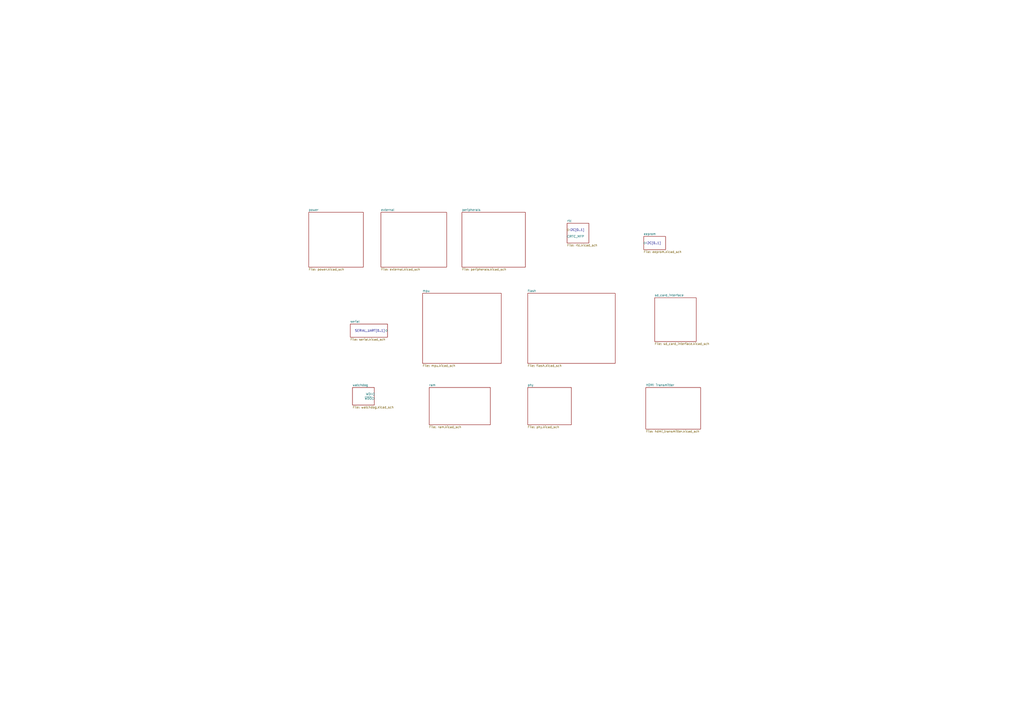
<source format=kicad_sch>
(kicad_sch
	(version 20250114)
	(generator "eeschema")
	(generator_version "9.0")
	(uuid "69a74940-cd00-4a75-bd5b-2bda9e86219a")
	(paper "A2")
	(title_block
		(title "Mainboard")
	)
	(lib_symbols)
	(hierarchical_label "I2C[0..1]"
		(shape bidirectional)
		(at 328.93 133.35 0)
		(effects
			(font
				(size 1.27 1.27)
			)
			(justify left)
		)
		(uuid "220dcf88-bb07-4222-a33e-5faacb6335f5")
	)
	(sheet
		(at 328.93 129.54)
		(size 12.7 11.43)
		(exclude_from_sim no)
		(in_bom yes)
		(on_board yes)
		(dnp no)
		(fields_autoplaced yes)
		(stroke
			(width 0.1524)
			(type solid)
		)
		(fill
			(color 0 0 0 0.0000)
		)
		(uuid "01dad65e-16f9-4460-a8fe-f2bb5f9096e6")
		(property "Sheetname" "rtc"
			(at 328.93 128.8284 0)
			(effects
				(font
					(size 1.27 1.27)
				)
				(justify left bottom)
			)
		)
		(property "Sheetfile" "rtc.kicad_sch"
			(at 328.93 141.5546 0)
			(effects
				(font
					(size 1.27 1.27)
				)
				(justify left top)
			)
		)
		(pin "RTC_MFP" output
			(at 328.93 137.16 180)
			(uuid "9c911d77-cc95-434c-9609-d263f16cd358")
			(effects
				(font
					(size 1.27 1.27)
				)
				(justify left)
			)
		)
		(instances
			(project "pc_mainboard"
				(path "/69a74940-cd00-4a75-bd5b-2bda9e86219a"
					(page "10")
				)
			)
		)
	)
	(sheet
		(at 373.38 137.16)
		(size 12.7 7.62)
		(exclude_from_sim no)
		(in_bom yes)
		(on_board yes)
		(dnp no)
		(fields_autoplaced yes)
		(stroke
			(width 0.1524)
			(type solid)
		)
		(fill
			(color 0 0 0 0.0000)
		)
		(uuid "0c2f5e6a-3e36-4818-980c-c86701037833")
		(property "Sheetname" "eeprom"
			(at 373.38 136.4484 0)
			(effects
				(font
					(size 1.27 1.27)
				)
				(justify left bottom)
			)
		)
		(property "Sheetfile" "eeprom.kicad_sch"
			(at 373.38 145.3646 0)
			(effects
				(font
					(size 1.27 1.27)
				)
				(justify left top)
			)
		)
		(pin "I2C[0..1]" bidirectional
			(at 373.38 140.97 180)
			(uuid "afe3880e-c546-452d-be85-126e3f4316b3")
			(effects
				(font
					(size 1.27 1.27)
				)
				(justify left)
			)
		)
		(instances
			(project "pc_mainboard"
				(path "/69a74940-cd00-4a75-bd5b-2bda9e86219a"
					(page "13")
				)
			)
		)
	)
	(sheet
		(at 306.07 224.79)
		(size 25.4 21.59)
		(exclude_from_sim no)
		(in_bom yes)
		(on_board yes)
		(dnp no)
		(fields_autoplaced yes)
		(stroke
			(width 0.1524)
			(type solid)
		)
		(fill
			(color 0 0 0 0.0000)
		)
		(uuid "36ea05e7-a91a-429d-8bc8-710554747042")
		(property "Sheetname" "phy"
			(at 306.07 224.0784 0)
			(effects
				(font
					(size 1.27 1.27)
				)
				(justify left bottom)
			)
		)
		(property "Sheetfile" "phy.kicad_sch"
			(at 306.07 246.9646 0)
			(effects
				(font
					(size 1.27 1.27)
				)
				(justify left top)
			)
		)
		(instances
			(project "pc_mainboard"
				(path "/69a74940-cd00-4a75-bd5b-2bda9e86219a"
					(page "6")
				)
			)
		)
	)
	(sheet
		(at 379.73 172.72)
		(size 24.13 25.4)
		(exclude_from_sim no)
		(in_bom yes)
		(on_board yes)
		(dnp no)
		(fields_autoplaced yes)
		(stroke
			(width 0.1524)
			(type solid)
		)
		(fill
			(color 0 0 0 0.0000)
		)
		(uuid "370cf3cd-f652-4cb5-a2e0-db1b03f43015")
		(property "Sheetname" "sd_card_interface"
			(at 379.73 172.0084 0)
			(effects
				(font
					(size 1.27 1.27)
				)
				(justify left bottom)
			)
		)
		(property "Sheetfile" "sd_card_interface.kicad_sch"
			(at 379.73 198.7046 0)
			(effects
				(font
					(size 1.27 1.27)
				)
				(justify left top)
			)
		)
		(instances
			(project "pc_mainboard"
				(path "/69a74940-cd00-4a75-bd5b-2bda9e86219a"
					(page "12")
				)
			)
		)
	)
	(sheet
		(at 374.65 224.79)
		(size 31.75 24.13)
		(exclude_from_sim no)
		(in_bom yes)
		(on_board yes)
		(dnp no)
		(fields_autoplaced yes)
		(stroke
			(width 0.1524)
			(type solid)
		)
		(fill
			(color 0 0 0 0.0000)
		)
		(uuid "37ed9096-31d7-4b5d-89e0-6ac7c6e9126b")
		(property "Sheetname" "HDMI Transmitter"
			(at 374.65 224.0784 0)
			(effects
				(font
					(size 1.27 1.27)
				)
				(justify left bottom)
			)
		)
		(property "Sheetfile" "hdmi_transmitter.kicad_sch"
			(at 374.65 249.5046 0)
			(effects
				(font
					(size 1.27 1.27)
				)
				(justify left top)
			)
		)
		(instances
			(project "pc_mainboard"
				(path "/69a74940-cd00-4a75-bd5b-2bda9e86219a"
					(page "14")
				)
			)
		)
	)
	(sheet
		(at 179.07 123.19)
		(size 31.75 31.75)
		(exclude_from_sim no)
		(in_bom yes)
		(on_board yes)
		(dnp no)
		(fields_autoplaced yes)
		(stroke
			(width 0.1524)
			(type solid)
		)
		(fill
			(color 0 0 0 0.0000)
		)
		(uuid "466b0041-4207-4eb7-a868-7833c3ef1db5")
		(property "Sheetname" "power"
			(at 179.07 122.4784 0)
			(effects
				(font
					(size 1.27 1.27)
				)
				(justify left bottom)
			)
		)
		(property "Sheetfile" "power.kicad_sch"
			(at 179.07 155.5246 0)
			(effects
				(font
					(size 1.27 1.27)
				)
				(justify left top)
			)
		)
		(instances
			(project "pc_mainboard"
				(path "/69a74940-cd00-4a75-bd5b-2bda9e86219a"
					(page "9")
				)
			)
		)
	)
	(sheet
		(at 267.97 123.19)
		(size 36.83 31.75)
		(exclude_from_sim no)
		(in_bom yes)
		(on_board yes)
		(dnp no)
		(fields_autoplaced yes)
		(stroke
			(width 0.1524)
			(type solid)
		)
		(fill
			(color 0 0 0 0.0000)
		)
		(uuid "490fb0fc-05a6-45cb-af79-455c87e6b9a2")
		(property "Sheetname" "peripherals"
			(at 267.97 122.4784 0)
			(effects
				(font
					(size 1.27 1.27)
				)
				(justify left bottom)
			)
		)
		(property "Sheetfile" "peripherals.kicad_sch"
			(at 267.97 155.5246 0)
			(effects
				(font
					(size 1.27 1.27)
				)
				(justify left top)
			)
		)
		(instances
			(project "pc_mainboard"
				(path "/69a74940-cd00-4a75-bd5b-2bda9e86219a"
					(page "9")
				)
			)
		)
	)
	(sheet
		(at 306.07 170.18)
		(size 50.8 40.64)
		(exclude_from_sim no)
		(in_bom yes)
		(on_board yes)
		(dnp no)
		(fields_autoplaced yes)
		(stroke
			(width 0.1524)
			(type solid)
		)
		(fill
			(color 0 0 0 0.0000)
		)
		(uuid "5acaef94-cd0b-452b-9621-73208b013ff5")
		(property "Sheetname" "flash"
			(at 306.07 169.4684 0)
			(effects
				(font
					(size 1.27 1.27)
				)
				(justify left bottom)
			)
		)
		(property "Sheetfile" "flash.kicad_sch"
			(at 306.07 211.4046 0)
			(effects
				(font
					(size 1.27 1.27)
				)
				(justify left top)
			)
		)
		(instances
			(project "pc_mainboard"
				(path "/69a74940-cd00-4a75-bd5b-2bda9e86219a"
					(page "3")
				)
			)
		)
	)
	(sheet
		(at 204.47 224.79)
		(size 12.7 10.16)
		(exclude_from_sim no)
		(in_bom yes)
		(on_board yes)
		(dnp no)
		(fields_autoplaced yes)
		(stroke
			(width 0.1524)
			(type solid)
		)
		(fill
			(color 0 0 0 0.0000)
		)
		(uuid "977b4f9e-3c82-4114-8a79-574bf38f2b4c")
		(property "Sheetname" "watchdog"
			(at 204.47 224.0784 0)
			(effects
				(font
					(size 1.27 1.27)
				)
				(justify left bottom)
			)
		)
		(property "Sheetfile" "watchdog.kicad_sch"
			(at 204.47 235.5346 0)
			(effects
				(font
					(size 1.27 1.27)
				)
				(justify left top)
			)
		)
		(pin "WDI" input
			(at 217.17 228.6 0)
			(uuid "aadde868-1e87-4836-afb0-19ca1af0e942")
			(effects
				(font
					(size 1.27 1.27)
				)
				(justify right)
			)
		)
		(pin "~{WDO}" output
			(at 217.17 231.14 0)
			(uuid "0a215745-d5ac-4368-8fcd-7acb5ff53e88")
			(effects
				(font
					(size 1.27 1.27)
				)
				(justify right)
			)
		)
		(instances
			(project "pc_mainboard"
				(path "/69a74940-cd00-4a75-bd5b-2bda9e86219a"
					(page "11")
				)
			)
		)
	)
	(sheet
		(at 245.11 170.18)
		(size 45.72 40.64)
		(exclude_from_sim no)
		(in_bom yes)
		(on_board yes)
		(dnp no)
		(fields_autoplaced yes)
		(stroke
			(width 0.1524)
			(type solid)
		)
		(fill
			(color 0 0 0 0.0000)
		)
		(uuid "9f21f0fc-6b25-4b0a-8b3d-43702f406213")
		(property "Sheetname" "mpu"
			(at 245.11 169.4684 0)
			(effects
				(font
					(size 1.27 1.27)
				)
				(justify left bottom)
			)
		)
		(property "Sheetfile" "mpu.kicad_sch"
			(at 245.11 211.4046 0)
			(effects
				(font
					(size 1.27 1.27)
				)
				(justify left top)
			)
		)
		(instances
			(project "pc_mainboard"
				(path "/69a74940-cd00-4a75-bd5b-2bda9e86219a"
					(page "2")
				)
			)
		)
	)
	(sheet
		(at 203.2 187.96)
		(size 21.59 7.62)
		(exclude_from_sim no)
		(in_bom yes)
		(on_board yes)
		(dnp no)
		(fields_autoplaced yes)
		(stroke
			(width 0.1524)
			(type solid)
		)
		(fill
			(color 0 0 0 0.0000)
		)
		(uuid "ca84e111-cd01-464e-9a8f-53a5482dcbab")
		(property "Sheetname" "serial"
			(at 203.2 187.2484 0)
			(effects
				(font
					(size 1.27 1.27)
				)
				(justify left bottom)
			)
		)
		(property "Sheetfile" "serial.kicad_sch"
			(at 203.2 196.1646 0)
			(effects
				(font
					(size 1.27 1.27)
				)
				(justify left top)
			)
		)
		(pin "SERIAL_UART[0..1]" bidirectional
			(at 224.79 191.77 0)
			(uuid "1f09c2c0-30d0-46f9-9ec0-eb82f8f914c1")
			(effects
				(font
					(size 1.27 1.27)
				)
				(justify right)
			)
		)
		(instances
			(project "pc_mainboard"
				(path "/69a74940-cd00-4a75-bd5b-2bda9e86219a"
					(page "9")
				)
			)
		)
	)
	(sheet
		(at 220.98 123.19)
		(size 38.1 31.75)
		(exclude_from_sim no)
		(in_bom yes)
		(on_board yes)
		(dnp no)
		(fields_autoplaced yes)
		(stroke
			(width 0.1524)
			(type solid)
		)
		(fill
			(color 0 0 0 0.0000)
		)
		(uuid "cd5831af-d12d-4f69-a802-87d46fa3a18e")
		(property "Sheetname" "external"
			(at 220.98 122.4784 0)
			(effects
				(font
					(size 1.27 1.27)
				)
				(justify left bottom)
			)
		)
		(property "Sheetfile" "external.kicad_sch"
			(at 220.98 155.5246 0)
			(effects
				(font
					(size 1.27 1.27)
				)
				(justify left top)
			)
		)
		(instances
			(project "pc_mainboard"
				(path "/69a74940-cd00-4a75-bd5b-2bda9e86219a"
					(page "7")
				)
			)
		)
	)
	(sheet
		(at 248.92 224.79)
		(size 35.56 21.59)
		(exclude_from_sim no)
		(in_bom yes)
		(on_board yes)
		(dnp no)
		(fields_autoplaced yes)
		(stroke
			(width 0.1524)
			(type solid)
		)
		(fill
			(color 0 0 0 0.0000)
		)
		(uuid "f44ff359-0e7d-4df6-a339-7acb5b5c0f1d")
		(property "Sheetname" "ram"
			(at 248.92 224.0784 0)
			(effects
				(font
					(size 1.27 1.27)
				)
				(justify left bottom)
			)
		)
		(property "Sheetfile" "ram.kicad_sch"
			(at 248.92 246.9646 0)
			(effects
				(font
					(size 1.27 1.27)
				)
				(justify left top)
			)
		)
		(instances
			(project "pc_mainboard"
				(path "/69a74940-cd00-4a75-bd5b-2bda9e86219a"
					(page "4")
				)
			)
		)
	)
	(sheet_instances
		(path "/"
			(page "1")
		)
	)
	(embedded_fonts no)
)

</source>
